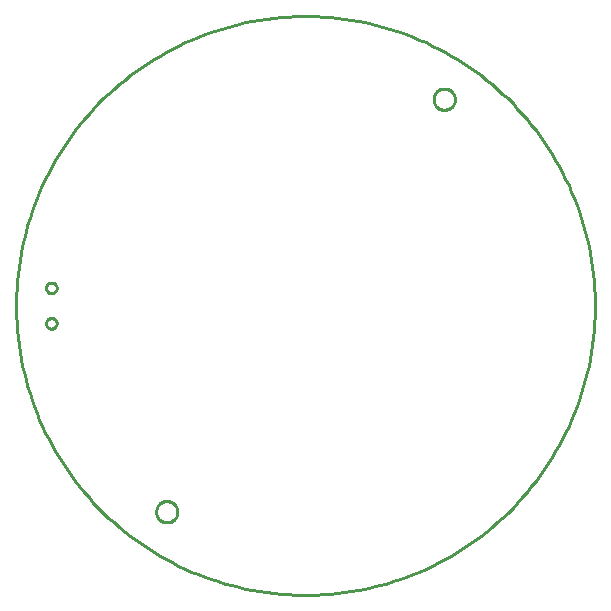
<source format=gbr>
G04 EAGLE Gerber RS-274X export*
G75*
%MOMM*%
%FSLAX34Y34*%
%LPD*%
%IN*%
%IPPOS*%
%AMOC8*
5,1,8,0,0,1.08239X$1,22.5*%
G01*
%ADD10C,0.254000*%


D10*
X486300Y250993D02*
X486300Y257007D01*
X486152Y263018D01*
X485857Y269025D01*
X485415Y275022D01*
X484826Y281006D01*
X484089Y286975D01*
X483207Y292923D01*
X482179Y298848D01*
X481006Y304746D01*
X479688Y310614D01*
X478227Y316447D01*
X476623Y322242D01*
X474878Y327997D01*
X472991Y333707D01*
X470965Y339369D01*
X468801Y344980D01*
X466500Y350535D01*
X464063Y356033D01*
X461492Y361469D01*
X458788Y366840D01*
X455953Y372144D01*
X452989Y377376D01*
X449898Y382534D01*
X446681Y387615D01*
X443340Y392615D01*
X439877Y397531D01*
X436295Y402361D01*
X432595Y407102D01*
X428780Y411751D01*
X424852Y416304D01*
X420814Y420760D01*
X416667Y425115D01*
X412415Y429367D01*
X408060Y433514D01*
X403604Y437552D01*
X399051Y441480D01*
X394402Y445295D01*
X389661Y448995D01*
X384831Y452577D01*
X379915Y456040D01*
X374915Y459381D01*
X369834Y462598D01*
X364676Y465689D01*
X359444Y468653D01*
X354140Y471488D01*
X348769Y474192D01*
X343333Y476763D01*
X337835Y479200D01*
X332280Y481501D01*
X326669Y483665D01*
X321007Y485691D01*
X315297Y487578D01*
X309542Y489323D01*
X303747Y490927D01*
X297914Y492388D01*
X292046Y493706D01*
X286148Y494879D01*
X280223Y495907D01*
X274275Y496789D01*
X268306Y497526D01*
X262322Y498115D01*
X256325Y498557D01*
X250318Y498852D01*
X244307Y499000D01*
X238293Y499000D01*
X232282Y498852D01*
X226275Y498557D01*
X220278Y498115D01*
X214294Y497526D01*
X208325Y496789D01*
X202377Y495907D01*
X196452Y494879D01*
X190554Y493706D01*
X184687Y492388D01*
X178853Y490927D01*
X173058Y489323D01*
X167303Y487578D01*
X161593Y485691D01*
X155931Y483665D01*
X150320Y481501D01*
X144765Y479200D01*
X139267Y476763D01*
X133831Y474192D01*
X128460Y471488D01*
X123156Y468653D01*
X117924Y465689D01*
X112766Y462598D01*
X107685Y459381D01*
X102685Y456040D01*
X97769Y452577D01*
X92939Y448995D01*
X88198Y445295D01*
X83549Y441480D01*
X78996Y437552D01*
X74540Y433514D01*
X70185Y429367D01*
X65933Y425115D01*
X61786Y420760D01*
X57748Y416304D01*
X53820Y411751D01*
X50005Y407102D01*
X46305Y402361D01*
X42723Y397531D01*
X39260Y392615D01*
X35919Y387615D01*
X32702Y382534D01*
X29611Y377376D01*
X26647Y372144D01*
X23812Y366840D01*
X21108Y361469D01*
X18537Y356033D01*
X16100Y350535D01*
X13799Y344980D01*
X11635Y339369D01*
X9609Y333707D01*
X7722Y327997D01*
X5977Y322242D01*
X4373Y316447D01*
X2912Y310614D01*
X1594Y304746D01*
X421Y298848D01*
X-607Y292923D01*
X-1489Y286975D01*
X-2226Y281006D01*
X-2815Y275022D01*
X-3257Y269025D01*
X-3552Y263018D01*
X-3700Y257007D01*
X-3700Y250993D01*
X-3552Y244982D01*
X-3257Y238975D01*
X-2815Y232978D01*
X-2226Y226994D01*
X-1489Y221025D01*
X-607Y215077D01*
X421Y209152D01*
X1594Y203254D01*
X2912Y197387D01*
X4373Y191553D01*
X5977Y185758D01*
X7722Y180003D01*
X9609Y174293D01*
X11635Y168631D01*
X13799Y163020D01*
X16100Y157465D01*
X18537Y151967D01*
X21108Y146531D01*
X23812Y141160D01*
X26647Y135856D01*
X29611Y130624D01*
X32702Y125466D01*
X35919Y120385D01*
X39260Y115385D01*
X42723Y110469D01*
X46305Y105639D01*
X50005Y100898D01*
X53820Y96249D01*
X57748Y91696D01*
X61786Y87240D01*
X65933Y82885D01*
X70185Y78633D01*
X74540Y74486D01*
X78996Y70448D01*
X83549Y66520D01*
X88198Y62705D01*
X92939Y59005D01*
X97769Y55423D01*
X102685Y51960D01*
X107685Y48619D01*
X112766Y45402D01*
X117924Y42311D01*
X123156Y39347D01*
X128460Y36512D01*
X133831Y33808D01*
X139267Y31237D01*
X144765Y28800D01*
X150320Y26499D01*
X155931Y24335D01*
X161593Y22309D01*
X167303Y20422D01*
X173058Y18677D01*
X178853Y17073D01*
X184687Y15612D01*
X190554Y14294D01*
X196452Y13121D01*
X202377Y12093D01*
X208325Y11211D01*
X214294Y10474D01*
X220278Y9885D01*
X226275Y9443D01*
X232282Y9148D01*
X238293Y9000D01*
X244307Y9000D01*
X250318Y9148D01*
X256325Y9443D01*
X262322Y9885D01*
X268306Y10474D01*
X274275Y11211D01*
X280223Y12093D01*
X286148Y13121D01*
X292046Y14294D01*
X297914Y15612D01*
X303747Y17073D01*
X309542Y18677D01*
X315297Y20422D01*
X321007Y22309D01*
X326669Y24335D01*
X332280Y26499D01*
X337835Y28800D01*
X343333Y31237D01*
X348769Y33808D01*
X354140Y36512D01*
X359444Y39347D01*
X364676Y42311D01*
X369834Y45402D01*
X374915Y48619D01*
X379915Y51960D01*
X384831Y55423D01*
X389661Y59005D01*
X394402Y62705D01*
X399051Y66520D01*
X403604Y70448D01*
X408060Y74486D01*
X412415Y78633D01*
X416667Y82885D01*
X420814Y87240D01*
X424852Y91696D01*
X428780Y96249D01*
X432595Y100898D01*
X436295Y105639D01*
X439877Y110469D01*
X443340Y115385D01*
X446681Y120385D01*
X449898Y125466D01*
X452989Y130624D01*
X455953Y135856D01*
X458788Y141160D01*
X461492Y146531D01*
X464063Y151967D01*
X466500Y157465D01*
X468801Y163020D01*
X470965Y168631D01*
X472991Y174293D01*
X474878Y180003D01*
X476623Y185758D01*
X478227Y191553D01*
X479688Y197387D01*
X481006Y203254D01*
X482179Y209152D01*
X483207Y215077D01*
X484089Y221025D01*
X484826Y226994D01*
X485415Y232978D01*
X485857Y238975D01*
X486152Y244982D01*
X486300Y250993D01*
X132825Y78982D02*
X132825Y79768D01*
X132757Y80551D01*
X132620Y81325D01*
X132417Y82084D01*
X132148Y82822D01*
X131816Y83535D01*
X131423Y84215D01*
X130972Y84859D01*
X130467Y85461D01*
X129911Y86017D01*
X129309Y86522D01*
X128665Y86973D01*
X127985Y87366D01*
X127272Y87698D01*
X126534Y87967D01*
X125775Y88170D01*
X125001Y88307D01*
X124218Y88375D01*
X123432Y88375D01*
X122649Y88307D01*
X121875Y88170D01*
X121116Y87967D01*
X120378Y87698D01*
X119665Y87366D01*
X118985Y86973D01*
X118341Y86522D01*
X117739Y86017D01*
X117183Y85461D01*
X116678Y84859D01*
X116227Y84215D01*
X115834Y83535D01*
X115502Y82822D01*
X115233Y82084D01*
X115030Y81325D01*
X114894Y80551D01*
X114825Y79768D01*
X114825Y78982D01*
X114894Y78199D01*
X115030Y77425D01*
X115233Y76666D01*
X115502Y75928D01*
X115834Y75215D01*
X116227Y74535D01*
X116678Y73891D01*
X117183Y73289D01*
X117739Y72733D01*
X118341Y72228D01*
X118985Y71777D01*
X119665Y71384D01*
X120378Y71052D01*
X121116Y70783D01*
X121875Y70580D01*
X122649Y70444D01*
X123432Y70375D01*
X124218Y70375D01*
X125001Y70444D01*
X125775Y70580D01*
X126534Y70783D01*
X127272Y71052D01*
X127985Y71384D01*
X128665Y71777D01*
X129309Y72228D01*
X129911Y72733D01*
X130467Y73289D01*
X130972Y73891D01*
X131423Y74535D01*
X131816Y75215D01*
X132148Y75928D01*
X132417Y76666D01*
X132620Y77425D01*
X132757Y78199D01*
X132825Y78982D01*
X367775Y428232D02*
X367775Y429018D01*
X367707Y429801D01*
X367570Y430575D01*
X367367Y431334D01*
X367098Y432072D01*
X366766Y432785D01*
X366373Y433465D01*
X365922Y434109D01*
X365417Y434711D01*
X364861Y435267D01*
X364259Y435772D01*
X363615Y436223D01*
X362935Y436616D01*
X362222Y436948D01*
X361484Y437217D01*
X360725Y437420D01*
X359951Y437557D01*
X359168Y437625D01*
X358382Y437625D01*
X357599Y437557D01*
X356825Y437420D01*
X356066Y437217D01*
X355328Y436948D01*
X354615Y436616D01*
X353935Y436223D01*
X353291Y435772D01*
X352689Y435267D01*
X352133Y434711D01*
X351628Y434109D01*
X351177Y433465D01*
X350784Y432785D01*
X350452Y432072D01*
X350183Y431334D01*
X349980Y430575D01*
X349844Y429801D01*
X349775Y429018D01*
X349775Y428232D01*
X349844Y427449D01*
X349980Y426675D01*
X350183Y425916D01*
X350452Y425178D01*
X350784Y424465D01*
X351177Y423785D01*
X351628Y423141D01*
X352133Y422539D01*
X352689Y421983D01*
X353291Y421478D01*
X353935Y421027D01*
X354615Y420634D01*
X355328Y420302D01*
X356066Y420033D01*
X356825Y419830D01*
X357599Y419694D01*
X358382Y419625D01*
X359168Y419625D01*
X359951Y419694D01*
X360725Y419830D01*
X361484Y420033D01*
X362222Y420302D01*
X362935Y420634D01*
X363615Y421027D01*
X364259Y421478D01*
X364861Y421983D01*
X365417Y422539D01*
X365922Y423141D01*
X366373Y423785D01*
X366766Y424465D01*
X367098Y425178D01*
X367367Y425916D01*
X367570Y426675D01*
X367707Y427449D01*
X367775Y428232D01*
X26546Y264500D02*
X27131Y264577D01*
X27700Y264730D01*
X28245Y264955D01*
X28756Y265250D01*
X29224Y265609D01*
X29641Y266027D01*
X30000Y266495D01*
X30295Y267005D01*
X30521Y267550D01*
X30674Y268120D01*
X30751Y268705D01*
X30751Y269295D01*
X30674Y269880D01*
X30521Y270450D01*
X30295Y270995D01*
X30000Y271505D01*
X29641Y271973D01*
X29224Y272391D01*
X28756Y272750D01*
X28245Y273045D01*
X27700Y273270D01*
X27131Y273423D01*
X26546Y273500D01*
X25956Y273500D01*
X25371Y273423D01*
X24801Y273270D01*
X24256Y273045D01*
X23745Y272750D01*
X23277Y272391D01*
X22860Y271973D01*
X22501Y271505D01*
X22206Y270995D01*
X21980Y270450D01*
X21828Y269880D01*
X21751Y269295D01*
X21751Y268705D01*
X21828Y268120D01*
X21980Y267550D01*
X22206Y267005D01*
X22501Y266495D01*
X22860Y266027D01*
X23277Y265609D01*
X23745Y265250D01*
X24256Y264955D01*
X24801Y264730D01*
X25371Y264577D01*
X25956Y264500D01*
X26546Y264500D01*
X26546Y234500D02*
X27131Y234577D01*
X27700Y234730D01*
X28245Y234955D01*
X28756Y235250D01*
X29224Y235609D01*
X29641Y236027D01*
X30000Y236495D01*
X30295Y237005D01*
X30521Y237550D01*
X30674Y238120D01*
X30751Y238705D01*
X30751Y239295D01*
X30674Y239880D01*
X30521Y240450D01*
X30295Y240995D01*
X30000Y241505D01*
X29641Y241973D01*
X29224Y242391D01*
X28756Y242750D01*
X28245Y243045D01*
X27700Y243270D01*
X27131Y243423D01*
X26546Y243500D01*
X25956Y243500D01*
X25371Y243423D01*
X24801Y243270D01*
X24256Y243045D01*
X23745Y242750D01*
X23277Y242391D01*
X22860Y241973D01*
X22501Y241505D01*
X22206Y240995D01*
X21980Y240450D01*
X21828Y239880D01*
X21751Y239295D01*
X21751Y238705D01*
X21828Y238120D01*
X21980Y237550D01*
X22206Y237005D01*
X22501Y236495D01*
X22860Y236027D01*
X23277Y235609D01*
X23745Y235250D01*
X24256Y234955D01*
X24801Y234730D01*
X25371Y234577D01*
X25956Y234500D01*
X26546Y234500D01*
M02*

</source>
